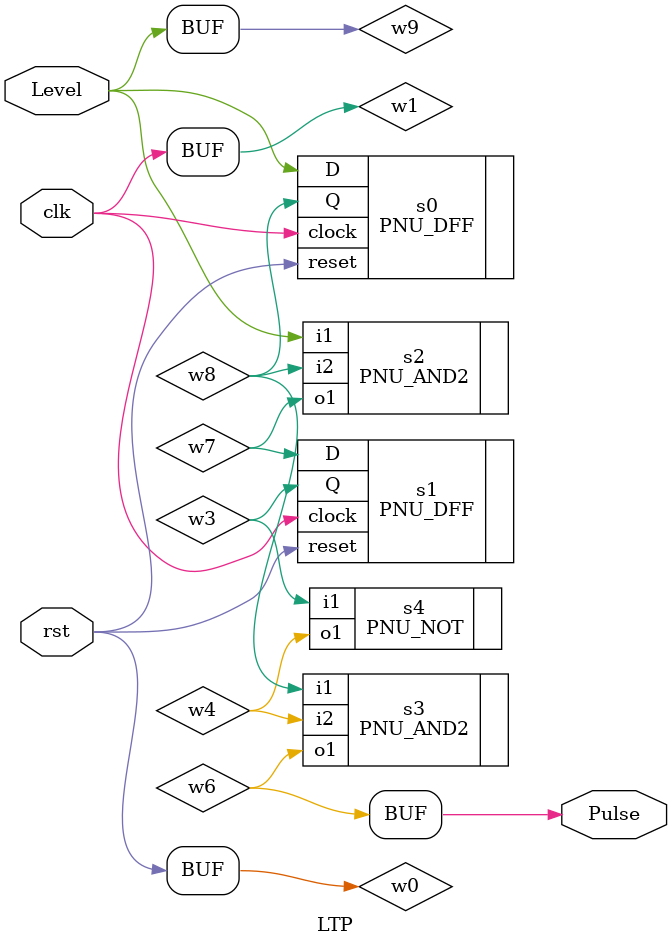
<source format=v>
module LTP(Level,clk,rst,Pulse);

input Level;
input clk;
input rst;
output Pulse;

wire  w0;
wire  w1;
wire  w3;
wire  w4;
wire  w6;
wire  w7;
wire  w8;
wire  w9;

assign w9 = Level;
assign w1 = clk;
assign w0 = rst;
assign Pulse = w6;

PNU_DFF
     s0 (
      .reset(w0),
      .clock(w1),
      .Q(w8),
      .D(w9));

PNU_DFF
     s1 (
      .reset(w0),
      .clock(w1),
      .Q(w3),
      .D(w7));

PNU_AND2
     s3 (
      .i2(w4),
      .o1(w6),
      .i1(w8));

PNU_NOT
     s4 (
      .i1(w3),
      .o1(w4));

PNU_AND2
     s2 (
      .o1(w7),
      .i2(w8),
      .i1(w9));

endmodule


</source>
